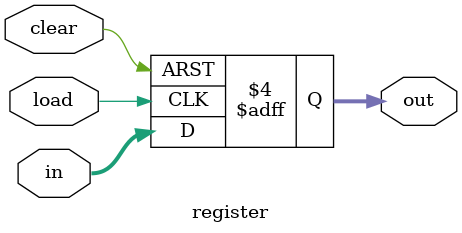
<source format=sv>
module register #(parameter WIDTH = 8) (
	input [WIDTH-1:0] in,
	input load,
	input clear,
	
	output reg [WIDTH-1:0] out
);
	
	always @ (negedge load, negedge clear) begin
		if (clear == 1'b0) out <= '0; 		//Active-low clear
		else if (load == 1'b0) out <= in; 	//Active-low load
	end
	
endmodule
	
</source>
